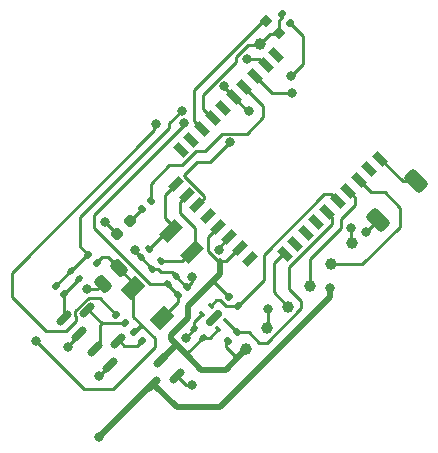
<source format=gbr>
G04 #@! TF.GenerationSoftware,KiCad,Pcbnew,(6.0.9)*
G04 #@! TF.CreationDate,2022-11-30T18:40:26+01:00*
G04 #@! TF.ProjectId,parasite - 45deg,70617261-7369-4746-9520-2d2034356465,1.2.0*
G04 #@! TF.SameCoordinates,Original*
G04 #@! TF.FileFunction,Copper,L1,Top*
G04 #@! TF.FilePolarity,Positive*
%FSLAX46Y46*%
G04 Gerber Fmt 4.6, Leading zero omitted, Abs format (unit mm)*
G04 Created by KiCad (PCBNEW (6.0.9)) date 2022-11-30 18:40:26*
%MOMM*%
%LPD*%
G01*
G04 APERTURE LIST*
G04 Aperture macros list*
%AMRoundRect*
0 Rectangle with rounded corners*
0 $1 Rounding radius*
0 $2 $3 $4 $5 $6 $7 $8 $9 X,Y pos of 4 corners*
0 Add a 4 corners polygon primitive as box body*
4,1,4,$2,$3,$4,$5,$6,$7,$8,$9,$2,$3,0*
0 Add four circle primitives for the rounded corners*
1,1,$1+$1,$2,$3*
1,1,$1+$1,$4,$5*
1,1,$1+$1,$6,$7*
1,1,$1+$1,$8,$9*
0 Add four rect primitives between the rounded corners*
20,1,$1+$1,$2,$3,$4,$5,0*
20,1,$1+$1,$4,$5,$6,$7,0*
20,1,$1+$1,$6,$7,$8,$9,0*
20,1,$1+$1,$8,$9,$2,$3,0*%
%AMRotRect*
0 Rectangle, with rotation*
0 The origin of the aperture is its center*
0 $1 length*
0 $2 width*
0 $3 Rotation angle, in degrees counterclockwise*
0 Add horizontal line*
21,1,$1,$2,0,0,$3*%
G04 Aperture macros list end*
G04 #@! TA.AperFunction,SMDPad,CuDef*
%ADD10RoundRect,0.140000X0.021213X-0.219203X0.219203X-0.021213X-0.021213X0.219203X-0.219203X0.021213X0*%
G04 #@! TD*
G04 #@! TA.AperFunction,SMDPad,CuDef*
%ADD11RoundRect,0.140000X0.219203X0.021213X0.021213X0.219203X-0.219203X-0.021213X-0.021213X-0.219203X0*%
G04 #@! TD*
G04 #@! TA.AperFunction,SMDPad,CuDef*
%ADD12RoundRect,0.135000X0.035355X-0.226274X0.226274X-0.035355X-0.035355X0.226274X-0.226274X0.035355X0*%
G04 #@! TD*
G04 #@! TA.AperFunction,SMDPad,CuDef*
%ADD13RoundRect,0.135000X-0.226274X-0.035355X-0.035355X-0.226274X0.226274X0.035355X0.035355X0.226274X0*%
G04 #@! TD*
G04 #@! TA.AperFunction,SMDPad,CuDef*
%ADD14RoundRect,0.135000X0.226274X0.035355X0.035355X0.226274X-0.226274X-0.035355X-0.035355X-0.226274X0*%
G04 #@! TD*
G04 #@! TA.AperFunction,SMDPad,CuDef*
%ADD15C,1.000000*%
G04 #@! TD*
G04 #@! TA.AperFunction,SMDPad,CuDef*
%ADD16RoundRect,0.135000X-0.035355X0.226274X-0.226274X0.035355X0.035355X-0.226274X0.226274X-0.035355X0*%
G04 #@! TD*
G04 #@! TA.AperFunction,SMDPad,CuDef*
%ADD17RoundRect,0.150000X0.309359X0.521491X-0.521491X-0.309359X-0.309359X-0.521491X0.521491X0.309359X0*%
G04 #@! TD*
G04 #@! TA.AperFunction,SMDPad,CuDef*
%ADD18RotRect,1.000000X1.800000X135.000000*%
G04 #@! TD*
G04 #@! TA.AperFunction,SMDPad,CuDef*
%ADD19RoundRect,0.218750X0.026517X-0.335876X0.335876X-0.026517X-0.026517X0.335876X-0.335876X0.026517X0*%
G04 #@! TD*
G04 #@! TA.AperFunction,SMDPad,CuDef*
%ADD20RoundRect,0.140000X-0.021213X0.219203X-0.219203X0.021213X0.021213X-0.219203X0.219203X-0.021213X0*%
G04 #@! TD*
G04 #@! TA.AperFunction,SMDPad,CuDef*
%ADD21RoundRect,0.250000X0.159099X-0.512652X0.512652X-0.159099X-0.159099X0.512652X-0.512652X0.159099X0*%
G04 #@! TD*
G04 #@! TA.AperFunction,SMDPad,CuDef*
%ADD22RoundRect,0.150000X-0.309359X-0.521491X0.521491X0.309359X0.309359X0.521491X-0.521491X-0.309359X0*%
G04 #@! TD*
G04 #@! TA.AperFunction,SMDPad,CuDef*
%ADD23RoundRect,0.087500X0.194454X-0.070711X-0.070711X0.194454X-0.194454X0.070711X0.070711X-0.194454X0*%
G04 #@! TD*
G04 #@! TA.AperFunction,SMDPad,CuDef*
%ADD24RoundRect,0.175000X0.565685X0.318198X0.318198X0.565685X-0.565685X-0.318198X-0.318198X-0.565685X0*%
G04 #@! TD*
G04 #@! TA.AperFunction,SMDPad,CuDef*
%ADD25RotRect,1.300000X1.700000X135.000000*%
G04 #@! TD*
G04 #@! TA.AperFunction,SMDPad,CuDef*
%ADD26RotRect,0.650000X1.200000X45.000000*%
G04 #@! TD*
G04 #@! TA.AperFunction,SMDPad,CuDef*
%ADD27RotRect,0.650000X1.200000X135.000000*%
G04 #@! TD*
G04 #@! TA.AperFunction,SMDPad,CuDef*
%ADD28RotRect,0.800000X0.800000X315.000000*%
G04 #@! TD*
G04 #@! TA.AperFunction,SMDPad,CuDef*
%ADD29RoundRect,0.300000X-0.282843X0.707107X-0.707107X0.282843X0.282843X-0.707107X0.707107X-0.282843X0*%
G04 #@! TD*
G04 #@! TA.AperFunction,ViaPad*
%ADD30C,0.800000*%
G04 #@! TD*
G04 #@! TA.AperFunction,Conductor*
%ADD31C,0.250000*%
G04 #@! TD*
G04 #@! TA.AperFunction,Conductor*
%ADD32C,0.500000*%
G04 #@! TD*
G04 APERTURE END LIST*
D10*
X100303060Y-63946938D03*
X100981882Y-63268116D03*
D11*
X92800657Y-63522674D03*
X92121835Y-62843852D03*
D12*
X101201086Y-64887390D03*
X101922334Y-64166142D03*
D13*
X97453420Y-68034016D03*
X98174668Y-68755264D03*
D14*
X91549078Y-64816679D03*
X90827830Y-64095431D03*
D13*
X95979102Y-66559698D03*
X96700350Y-67280946D03*
X93574939Y-61468530D03*
X94296187Y-62189778D03*
D15*
X112336756Y-64080027D03*
X114132807Y-62283976D03*
X110540705Y-65876078D03*
X108744653Y-67672130D03*
X106948602Y-69468181D03*
D16*
X98882332Y-56882385D03*
X98161084Y-57603633D03*
D11*
X103265837Y-68472422D03*
X102587015Y-67793600D03*
D17*
X101068503Y-71737488D03*
X99725000Y-70393985D03*
X99070926Y-72391562D03*
D18*
X100582368Y-59424991D03*
X102350134Y-61192757D03*
D19*
X96020317Y-59744400D03*
X97134011Y-58630706D03*
D10*
X99030268Y-62674146D03*
X99709090Y-61995324D03*
D20*
X98719141Y-61005374D03*
X98040319Y-61684196D03*
D21*
X94819447Y-63915118D03*
X96162949Y-62571616D03*
D14*
X106246292Y-65796022D03*
X105525044Y-65074774D03*
D12*
X105433120Y-68744657D03*
X106154368Y-68023409D03*
D22*
X94121179Y-69421713D03*
X95464682Y-70765216D03*
X96118756Y-68767639D03*
D23*
X104559842Y-67786528D03*
X105266949Y-67079421D03*
X103958802Y-65771274D03*
X103251695Y-66478381D03*
D24*
X104259322Y-66778901D03*
D25*
X99875261Y-66778901D03*
X97400387Y-64304027D03*
D15*
X115928858Y-60487925D03*
D26*
X109499691Y-44541100D03*
X108601665Y-45439125D03*
X107703640Y-46337151D03*
X106805614Y-47235177D03*
X105907589Y-48133202D03*
X105009563Y-49031228D03*
X104111537Y-49929253D03*
X103213512Y-50827279D03*
X102315486Y-51725305D03*
X101417461Y-52623330D03*
D27*
X101014410Y-55499841D03*
X101912435Y-56397866D03*
X102810461Y-57295892D03*
X103708487Y-58193918D03*
X104606512Y-59091943D03*
X105504538Y-59989969D03*
X106402563Y-60887994D03*
X107300589Y-61786020D03*
D26*
X110212455Y-61418324D03*
X111110480Y-60520299D03*
X112008506Y-59622273D03*
X112906532Y-58724248D03*
X113804557Y-57826222D03*
X114702583Y-56928196D03*
X115600608Y-56030171D03*
X116498634Y-55132145D03*
X117396660Y-54234120D03*
X118294685Y-53336094D03*
D15*
X108148410Y-43656509D03*
D14*
X110711671Y-41835709D03*
X109990423Y-41114461D03*
D28*
X108678740Y-41641255D03*
X109739400Y-42701915D03*
D29*
X121361258Y-55263110D03*
X118108566Y-58515802D03*
D22*
X91504884Y-66805417D03*
X92848387Y-68148920D03*
X93502461Y-66151343D03*
D30*
X97559132Y-61034012D03*
X91884954Y-69253775D03*
X108784806Y-66071794D03*
X110761046Y-46311910D03*
X101890161Y-68510959D03*
X94986174Y-58657223D03*
X102350134Y-63314078D03*
X94491199Y-71738698D03*
X105079770Y-47184061D03*
X93511299Y-64374738D03*
X102350134Y-72506466D03*
X107183766Y-49288058D03*
X117083261Y-59541106D03*
X104620054Y-61026765D03*
X89152543Y-68733494D03*
X101508881Y-49270026D03*
X105592776Y-51957102D03*
X94526555Y-76935933D03*
X114078057Y-64314077D03*
X115875541Y-59187553D03*
X101721082Y-50348718D03*
X110835416Y-47757729D03*
X99344930Y-50409379D03*
X107006989Y-44868640D03*
D31*
X110693994Y-41818032D02*
X111779960Y-42903998D01*
X94491199Y-71738698D02*
X95420488Y-70809410D01*
X111779960Y-45292996D02*
X110761046Y-46311910D01*
X97559132Y-61034012D02*
X97559132Y-61203011D01*
X94986174Y-58710256D02*
X96020318Y-59744399D01*
X99026732Y-62677682D02*
X99499317Y-62677682D01*
X100981883Y-63268116D02*
X101879908Y-64166142D01*
X94359828Y-64374738D02*
X93511299Y-64374738D01*
X105079770Y-47305384D02*
X105978299Y-48203913D01*
X102587015Y-67143061D02*
X102587015Y-67793599D01*
X111779960Y-42903998D02*
X111779960Y-45292996D01*
X100688433Y-62967596D02*
X100985418Y-63264580D01*
X105575248Y-59919258D02*
X104620054Y-60874453D01*
X101922335Y-64166142D02*
X102350134Y-63738342D01*
X118108566Y-58515801D02*
X117083261Y-59541106D01*
X101837482Y-72506466D02*
X102350134Y-72506466D01*
X102350134Y-63738342D02*
X102350134Y-63314078D01*
X104620054Y-60874453D02*
X104620054Y-61026765D01*
X97559132Y-61203011D02*
X98040318Y-61684197D01*
X94819447Y-63915119D02*
X94359828Y-64374738D01*
X99499317Y-62677682D02*
X99789231Y-62967596D01*
X107183766Y-49288058D02*
X107062444Y-49288058D01*
X94986174Y-58657223D02*
X94986174Y-58710256D01*
X101890161Y-68490453D02*
X101890161Y-68510959D01*
X103251695Y-66478381D02*
X102587015Y-67143061D01*
X91884954Y-69183064D02*
X91884954Y-69253775D01*
X101068503Y-71737487D02*
X101837482Y-72506466D01*
X105079770Y-47184061D02*
X105079770Y-47305384D01*
X102587015Y-67793599D02*
X101890161Y-68490453D01*
X99789231Y-62967596D02*
X100688433Y-62967596D01*
X92839548Y-68228470D02*
X91884954Y-69183064D01*
X99030268Y-62674146D02*
X98040318Y-61684197D01*
X108784806Y-67631977D02*
X108784806Y-66071794D01*
X107062444Y-49288058D02*
X106239221Y-48464835D01*
X98036783Y-67486008D02*
X98036783Y-67364685D01*
X97488775Y-68034016D02*
X98036783Y-67486008D01*
X99228815Y-68556717D02*
X98168155Y-67496057D01*
X89152543Y-68733494D02*
X93218407Y-72799358D01*
X97471097Y-68051693D02*
X98036783Y-67486008D01*
X99228815Y-69263824D02*
X99228815Y-68556717D01*
X98168155Y-67496057D02*
X97991378Y-67496057D01*
X94278510Y-62172100D02*
X94762878Y-61687732D01*
X96154111Y-62580455D02*
X97400387Y-63826730D01*
X98036783Y-67364685D02*
X97400387Y-66728289D01*
X95693281Y-72799358D02*
X99228815Y-69263824D01*
X97400387Y-66728289D02*
X97400387Y-64304027D01*
X97991378Y-67496057D02*
X97453420Y-68034016D01*
X93218407Y-72799358D02*
X95693281Y-72799358D01*
X95261389Y-61687732D02*
X96154111Y-62580455D01*
X97453420Y-68034016D02*
X97488775Y-68034016D01*
X94762878Y-61687732D02*
X95261389Y-61687732D01*
X93574939Y-61468529D02*
X92864854Y-60758444D01*
X105592776Y-51957102D02*
X103901085Y-53648792D01*
X92864854Y-60758444D02*
X92864854Y-58303669D01*
X101724502Y-54711967D02*
X101724502Y-54815518D01*
X103411501Y-56694851D02*
X102881171Y-57225181D01*
X103411501Y-56502518D02*
X103411501Y-56694851D01*
X100466252Y-50702271D02*
X100466252Y-50312655D01*
X103901085Y-53648792D02*
X102787676Y-53648792D01*
X92864854Y-58303669D02*
X100466252Y-50702271D01*
X102787676Y-53648792D02*
X101724502Y-54711967D01*
X92121835Y-62843852D02*
X93497157Y-61468529D01*
X101724502Y-54815518D02*
X103411501Y-56502518D01*
X100466252Y-50312655D02*
X101508881Y-49270026D01*
X90827829Y-64095431D02*
X92079408Y-62843852D01*
X91515024Y-64815378D02*
X92804193Y-63526210D01*
X91515024Y-66833236D02*
X91515024Y-64815378D01*
X97711514Y-69183064D02*
X97860006Y-69034572D01*
X96162950Y-68723445D02*
X96622569Y-69183064D01*
X96622569Y-69183064D02*
X97711514Y-69183064D01*
X97860006Y-69034572D02*
X98156991Y-68737587D01*
X94076985Y-69465907D02*
X94571960Y-68970932D01*
X94571960Y-68970932D02*
X94571960Y-67419868D01*
X96197196Y-67276161D02*
X96210088Y-67263269D01*
X94715666Y-67276161D02*
X96197196Y-67276161D01*
X96210088Y-67263269D02*
X96682673Y-67263269D01*
X93582010Y-66142505D02*
X94715666Y-67276161D01*
X94571960Y-67419868D02*
X94715666Y-67276161D01*
D32*
X114078057Y-65021184D02*
X104708892Y-74390348D01*
X94526555Y-76935933D02*
X99026732Y-72435755D01*
X104708892Y-74390348D02*
X101069714Y-74390348D01*
X101069714Y-74390348D02*
X99070926Y-72391561D01*
X114078057Y-64314077D02*
X114078057Y-65021184D01*
D31*
X109124217Y-47757729D02*
X107774350Y-46407862D01*
X94102291Y-58126892D02*
X94102291Y-59187553D01*
X99875260Y-66778901D02*
X101218763Y-65435398D01*
X115875541Y-59187553D02*
X115875541Y-60434608D01*
X101721082Y-50348718D02*
X101721082Y-50508101D01*
X100299524Y-63950474D02*
X101218763Y-64869713D01*
X110835416Y-47757729D02*
X109124217Y-47757729D01*
X101721082Y-50508101D02*
X94102291Y-58126892D01*
X98861677Y-63946938D02*
X100303060Y-63946938D01*
X94102291Y-59187553D02*
X98861677Y-63946938D01*
X101218763Y-65435398D02*
X101218763Y-64869713D01*
X97134011Y-58630706D02*
X98161084Y-57603633D01*
X105239223Y-68938555D02*
X105239223Y-69263824D01*
X101996581Y-69741679D02*
X101996581Y-70031592D01*
X105433120Y-68744658D02*
X105239223Y-68938555D01*
X104708892Y-62015980D02*
X104583964Y-62015980D01*
D32*
X104117901Y-63667631D02*
X102004298Y-65781234D01*
X102004298Y-65781234D02*
X102004298Y-66841894D01*
D31*
X104583964Y-62015980D02*
X103701265Y-61133281D01*
X106123106Y-70147708D02*
X106269075Y-70147708D01*
D32*
X103163307Y-71198318D02*
X105218465Y-71198318D01*
D31*
X103265837Y-68472422D02*
X101996581Y-69741679D01*
X103873949Y-68472422D02*
X103265837Y-68472422D01*
X103701265Y-61133281D02*
X103701265Y-59997190D01*
X104117901Y-63667631D02*
X105525044Y-65074774D01*
D32*
X105218465Y-71198318D02*
X106269075Y-70147708D01*
X104708892Y-63076640D02*
X104117901Y-63667631D01*
D31*
X105274578Y-62015980D02*
X106473274Y-60817284D01*
X103701265Y-59997190D02*
X104471454Y-59227001D01*
X104559843Y-67786528D02*
X103873949Y-68472422D01*
D32*
X101031937Y-69087048D02*
X99725000Y-70393985D01*
X101996581Y-70031592D02*
X100582367Y-68617379D01*
X101996581Y-70031592D02*
X103163307Y-71198318D01*
D31*
X105239223Y-69263824D02*
X106123106Y-70147708D01*
D32*
X104708892Y-62015980D02*
X104708892Y-63076640D01*
X106269075Y-70147708D02*
X106948602Y-69468181D01*
X101031937Y-69066949D02*
X101031937Y-69087048D01*
D31*
X104708892Y-62015980D02*
X105274578Y-62015980D01*
D32*
X102004298Y-66841894D02*
X100582367Y-68263825D01*
X100582367Y-68617379D02*
X101031937Y-69066949D01*
X100582367Y-68263825D02*
X100582367Y-68617379D01*
D31*
X108421203Y-49818388D02*
X108421203Y-48850766D01*
X98882333Y-55468171D02*
X100466252Y-53884252D01*
X98882333Y-56882384D02*
X98882333Y-55468171D01*
X108421203Y-48850766D02*
X106876325Y-47305887D01*
X103460632Y-52657639D02*
X104885669Y-51232601D01*
X101526912Y-53884252D02*
X102753525Y-52657639D01*
X104885669Y-51232601D02*
X107006989Y-51232601D01*
X107006989Y-51232601D02*
X108421203Y-49818388D01*
X100466252Y-53884252D02*
X101526912Y-53884252D01*
X102753525Y-52657639D02*
X103460632Y-52657639D01*
X89975765Y-67910272D02*
X91666176Y-67910272D01*
X92536729Y-66688215D02*
X92505970Y-66657455D01*
X92505970Y-66263951D02*
X93640374Y-65129547D01*
X92505970Y-66657455D02*
X92505970Y-66263951D01*
X87129445Y-65063951D02*
X89975765Y-67910272D01*
X107006989Y-44868640D02*
X108031180Y-44868640D01*
X91666176Y-67910272D02*
X92536729Y-67039719D01*
X93640374Y-65129547D02*
X94548951Y-65129547D01*
X92536729Y-67039719D02*
X92536729Y-66688215D01*
X87129445Y-62978418D02*
X87129445Y-65063951D01*
X94548951Y-65129547D02*
X95979102Y-66559698D01*
X99168154Y-50939709D02*
X87129445Y-62978418D01*
X99168154Y-50586156D02*
X99168154Y-50939709D01*
X99344930Y-50409379D02*
X99168154Y-50586156D01*
X108031180Y-44868640D02*
X108586815Y-45424276D01*
X116209427Y-56638990D02*
X115674854Y-56104417D01*
X114963043Y-59186450D02*
X114963043Y-58479343D01*
X112336756Y-61812737D02*
X114963043Y-59186450D01*
X116209427Y-57232960D02*
X116209427Y-56638990D01*
X112336756Y-64080027D02*
X112336756Y-61812737D01*
X114963043Y-58479343D02*
X116209427Y-57232960D01*
X118674251Y-56182349D02*
X119971002Y-57479100D01*
X116427923Y-55061435D02*
X117548837Y-56182349D01*
X116779909Y-62283976D02*
X114132807Y-62283976D01*
X117548837Y-56182349D02*
X118674251Y-56182349D01*
X119971002Y-59092883D02*
X116779909Y-62283976D01*
X119971002Y-57479100D02*
X119971002Y-59092883D01*
X109315136Y-64650510D02*
X110540705Y-65876078D01*
X110141744Y-61347614D02*
X109315136Y-62174222D01*
X109315136Y-62174222D02*
X109315136Y-64650510D01*
X111603184Y-66011133D02*
X108704046Y-68910271D01*
X114256752Y-58832082D02*
X110552573Y-62536260D01*
X110552573Y-64324126D02*
X111603184Y-65374737D01*
X105266950Y-67079421D02*
X106154369Y-67966840D01*
X113878803Y-57900468D02*
X114256752Y-58278417D01*
X108704046Y-68910271D02*
X108087748Y-68910271D01*
X110552573Y-62536260D02*
X110552573Y-64324126D01*
X111603184Y-65374737D02*
X111603184Y-66011133D01*
X107200887Y-68023409D02*
X106154369Y-68023409D01*
X108087748Y-68910271D02*
X107200887Y-68023409D01*
X114256752Y-58278417D02*
X114256752Y-58832082D01*
X104757452Y-65282990D02*
X105270485Y-65796023D01*
X108431252Y-63611063D02*
X106246292Y-65796023D01*
X114123462Y-56349076D02*
X113557777Y-56349076D01*
X114631872Y-56857486D02*
X114123462Y-56349076D01*
X108431252Y-61475600D02*
X108431252Y-63611063D01*
X105270485Y-65796023D02*
X106246292Y-65796023D01*
X104757452Y-65282990D02*
X104447086Y-65282990D01*
X104447086Y-65282990D02*
X103958802Y-65771274D01*
X113557777Y-56349076D02*
X108431252Y-61475600D01*
X98722676Y-61001839D02*
X100299524Y-59424991D01*
X100112698Y-58389636D02*
X100865210Y-59142148D01*
X100112698Y-56401552D02*
X100112698Y-58389636D01*
X100865210Y-55649040D02*
X100112698Y-56401552D01*
X101350135Y-57950116D02*
X102632977Y-59232957D01*
X99712626Y-61991788D02*
X100843997Y-61991788D01*
X100843997Y-61991788D02*
X100858139Y-62005930D01*
X101350135Y-56960166D02*
X101350135Y-57950116D01*
X102632977Y-59232957D02*
X102632977Y-60909915D01*
X100858139Y-62005930D02*
X101536961Y-62005930D01*
X101859402Y-56450899D02*
X101350135Y-56960166D01*
X101536961Y-62005930D02*
X102350134Y-61192758D01*
X109704045Y-42666560D02*
X109704045Y-41655182D01*
X103269373Y-49087089D02*
X103269373Y-47969154D01*
X108996938Y-42807981D02*
X108148410Y-43656509D01*
X104182248Y-49999964D02*
X103269373Y-49087089D01*
X106105213Y-44745112D02*
X107130288Y-43720037D01*
X103269373Y-47969154D02*
X106105213Y-45133314D01*
X109704045Y-41655182D02*
X110012030Y-41347197D01*
X109633334Y-42807981D02*
X108996938Y-42807981D01*
X107130288Y-43720037D02*
X107937251Y-43720037D01*
X106105213Y-45133314D02*
X106105213Y-44745112D01*
X102562266Y-50176034D02*
X103284222Y-50897990D01*
X102562266Y-47474886D02*
X102562266Y-50176034D01*
X108537318Y-41499834D02*
X102562266Y-47474886D01*
X121361257Y-55263110D02*
X120221701Y-55263110D01*
X120221701Y-55263110D02*
X118294685Y-53336094D01*
M02*

</source>
